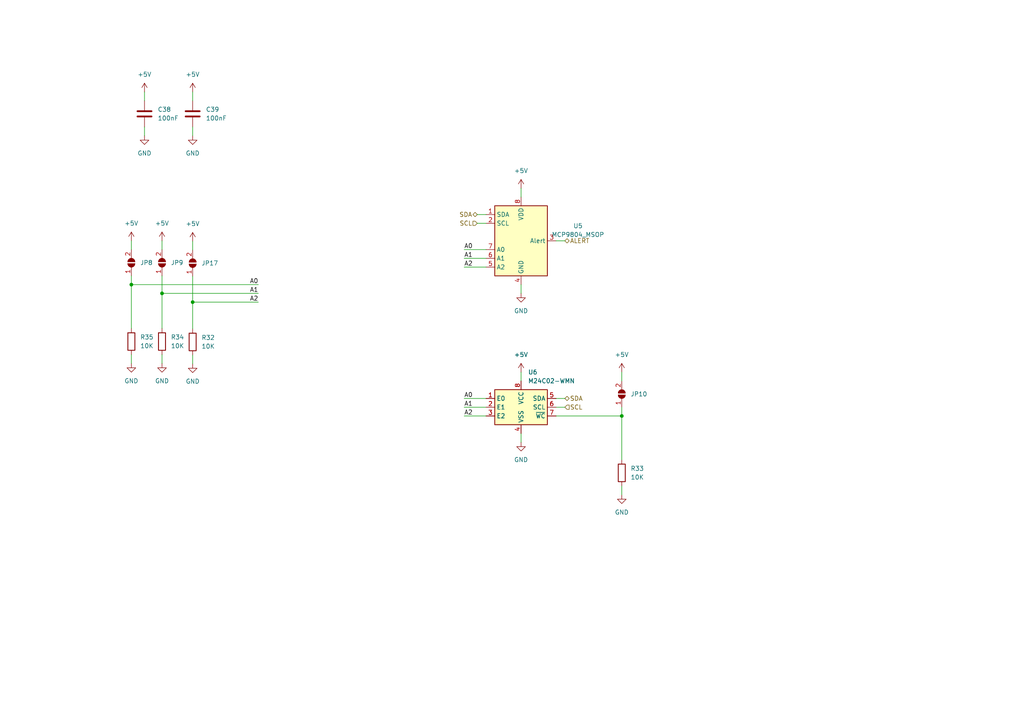
<source format=kicad_sch>
(kicad_sch (version 20211123) (generator eeschema)
  (paper "A4")
  (lib_symbols
    (symbol "Device:C" (pin_numbers hide) (pin_names (offset 0.254))
      (property "Reference" "C" (at 0.635 2.54 0))
      (property "Value" "C" (at 0.635 -2.54 0))
      (symbol "C_0_1"
        (polyline (pts (xy -2.032 -0.762) (xy 2.032 -0.762)) (stroke (width 0.508)))
        (polyline (pts (xy -2.032 0.762) (xy 2.032 0.762)) (stroke (width 0.508)))
      )
      (symbol "C_1_1"
        (pin passive line (at 0 3.81 270) (length 2.794) (name "~") (number "1"))
        (pin passive line (at 0 -3.81 90) (length 2.794) (name "~") (number "2"))
      )
    )
    (symbol "Device:R" (pin_numbers hide) (pin_names (offset 0))
      (property "Reference" "R" (at 2.032 0 90))
      (property "Value" "R" (at 0 0 90))
      (symbol "R_0_1"
        (rectangle (start -1.016 -2.54) (end 1.016 2.54) (stroke (width 0.254)))
      )
      (symbol "R_1_1"
        (pin passive line (at 0 3.81 270) (length 1.27) (name "~") (number "1"))
        (pin passive line (at 0 -3.81 90) (length 1.27) (name "~") (number "2"))
      )
    )
    (symbol "Jumper:SolderJumper_2_Open" (pin_names (offset 0) hide)
      (property "Reference" "JP" (at 0 2.032 0))
      (property "Value" "SolderJumper_2_Open" (at 0 -2.54 0))
      (symbol "SolderJumper_2_Open_0_1"
        (arc (start -0.254 1.016) (mid -1.27 0) (end -0.254 -1.016))
        (arc (start -0.254 1.016) (mid -1.27 0) (end -0.254 -1.016) (fill (type outline)))
        (polyline (pts (xy -0.254 1.016) (xy -0.254 -1.016)))
        (polyline (pts (xy 0.254 1.016) (xy 0.254 -1.016)))
        (arc (start 0.254 -1.016) (mid 1.27 0) (end 0.254 1.016))
        (arc (start 0.254 -1.016) (mid 1.27 0) (end 0.254 1.016) (fill (type outline)))
      )
      (symbol "SolderJumper_2_Open_1_1"
        (pin passive line (at -3.81 0 0) (length 2.54) (name "A") (number "1"))
        (pin passive line (at 3.81 0 180) (length 2.54) (name "B") (number "2"))
      )
    )
    (symbol "Memory_EEPROM:M24C02-WMN"
      (property "Reference" "U" (at -6.35 6.35 0))
      (property "Value" "M24C02-WMN" (at 7.62 6.35 0))
      (symbol "M24C02-WMN_0_1"
        (rectangle (start -7.62 5.08) (end 7.62 -5.08) (stroke (width 0.254)) (fill (type background)))
      )
      (symbol "M24C02-WMN_1_1"
        (pin input line (at -10.16 2.54 0) (length 2.54) (name "E0") (number "1"))
        (pin input line (at -10.16 0 0) (length 2.54) (name "E1") (number "2"))
        (pin input line (at -10.16 -2.54 0) (length 2.54) (name "E2") (number "3"))
        (pin power_in line (at 0 -7.62 90) (length 2.54) (name "VSS") (number "4"))
        (pin bidirectional line (at 10.16 2.54 180) (length 2.54) (name "SDA") (number "5"))
        (pin input line (at 10.16 0 180) (length 2.54) (name "SCL") (number "6"))
        (pin input line (at 10.16 -2.54 180) (length 2.54) (name "~{WC}") (number "7"))
        (pin power_in line (at 0 7.62 270) (length 2.54) (name "VCC") (number "8"))
      )
    )
    (symbol "Sensor_Temperature:MCP9804_MSOP"
      (property "Reference" "U" (at -6.35 11.43 0))
      (property "Value" "MCP9804_MSOP" (at 10.16 11.43 0))
      (symbol "MCP9804_MSOP_0_1"
        (rectangle (start -7.62 10.16) (end 7.62 -10.16) (stroke (width 0.254)) (fill (type background)))
      )
      (symbol "MCP9804_MSOP_1_1"
        (pin bidirectional line (at -10.16 7.62 0) (length 2.54) (name "SDA") (number "1"))
        (pin input line (at -10.16 5.08 0) (length 2.54) (name "SCL") (number "2"))
        (pin output line (at 10.16 0 180) (length 2.54) (name "Alert") (number "3"))
        (pin power_in line (at 0 -12.7 90) (length 2.54) (name "GND") (number "4"))
        (pin input line (at -10.16 -7.62 0) (length 2.54) (name "A2") (number "5"))
        (pin input line (at -10.16 -5.08 0) (length 2.54) (name "A1") (number "6"))
        (pin input line (at -10.16 -2.54 0) (length 2.54) (name "A0") (number "7"))
        (pin power_in line (at 0 12.7 270) (length 2.54) (name "VDD") (number "8"))
      )
    )
    (symbol "power:+5V" (power) (pin_names (offset 0))
      (property "Value" "+5V" (at 0 3.556 0))
      (symbol "+5V_0_1"
        (polyline (pts (xy -0.762 1.27) (xy 0 2.54)))
        (polyline (pts (xy 0 0) (xy 0 2.54)))
        (polyline (pts (xy 0 2.54) (xy 0.762 1.27)))
      )
      (symbol "+5V_1_1"
        (pin power_in line (at 0 0 90) (length 0) hide (name "+5V") (number "1"))
      )
    )
    (symbol "power:GND" (power) (pin_names (offset 0))
      (property "Value" "GND" (at 0 -3.81 0))
      (symbol "GND_0_1"
        (polyline (pts (xy 0 0) (xy 0 -1.27) (xy 1.27 -1.27) (xy 0 -2.54) (xy -1.27 -1.27) (xy 0 -1.27)))
      )
      (symbol "GND_1_1"
        (pin power_in line (at 0 0 270) (length 0) hide (name "GND") (number "1"))
      )
    )
  )
  (junction (at 55.88 87.63))
  (junction (at 38.1 82.55))
  (junction (at 180.34 120.65))
  (junction (at 46.99 85.09))
  (wire (pts (xy 134.62 120.65) (xy 140.97 120.65)))
  (wire (pts (xy 55.88 102.9965) (xy 55.88 105.5365)))
  (wire (pts (xy 55.88 80.1365) (xy 55.88 87.63)))
  (wire (pts (xy 180.34 118.11) (xy 180.34 120.65)))
  (wire (pts (xy 163.83 115.57) (xy 161.29 115.57)))
  (wire (pts (xy 55.88 26.67) (xy 55.88 29.21)))
  (wire (pts (xy 151.13 125.73) (xy 151.13 128.27)))
  (wire (pts (xy 38.1 82.55) (xy 38.1 95.25)))
  (wire (pts (xy 55.88 36.83) (xy 55.88 39.37)))
  (wire (pts (xy 46.99 102.87) (xy 46.99 105.41)))
  (wire (pts (xy 38.1 82.55) (xy 74.93 82.55)))
  (wire (pts (xy 161.29 120.65) (xy 180.34 120.65)))
  (wire (pts (xy 134.62 77.47) (xy 140.97 77.47)))
  (wire (pts (xy 46.99 85.09) (xy 74.93 85.09)))
  (wire (pts (xy 163.83 118.11) (xy 161.29 118.11)))
  (wire (pts (xy 41.91 26.67) (xy 41.91 29.21)))
  (wire (pts (xy 138.43 64.77) (xy 140.97 64.77)))
  (wire (pts (xy 55.88 69.9765) (xy 55.88 72.5165)))
  (wire (pts (xy 134.62 115.57) (xy 140.97 115.57)))
  (wire (pts (xy 55.88 87.63) (xy 55.88 95.3765)))
  (wire (pts (xy 134.62 118.11) (xy 140.97 118.11)))
  (wire (pts (xy 180.34 107.95) (xy 180.34 110.49)))
  (wire (pts (xy 46.99 80.01) (xy 46.99 85.09)))
  (wire (pts (xy 38.1 69.85) (xy 38.1 72.39)))
  (wire (pts (xy 180.34 140.97) (xy 180.34 143.51)))
  (wire (pts (xy 38.1 102.87) (xy 38.1 105.41)))
  (wire (pts (xy 55.88 87.63) (xy 74.93 87.63)))
  (wire (pts (xy 151.13 54.61) (xy 151.13 57.15)))
  (wire (pts (xy 134.62 74.93) (xy 140.97 74.93)))
  (wire (pts (xy 41.91 36.83) (xy 41.91 39.37)))
  (wire (pts (xy 151.13 82.55) (xy 151.13 85.09)))
  (wire (pts (xy 134.62 72.39) (xy 140.97 72.39)))
  (wire (pts (xy 151.13 107.95) (xy 151.13 110.49)))
  (wire (pts (xy 38.1 80.01) (xy 38.1 82.55)))
  (wire (pts (xy 161.29 69.85) (xy 163.83 69.85)))
  (wire (pts (xy 180.34 120.65) (xy 180.34 133.35)))
  (wire (pts (xy 46.99 85.09) (xy 46.99 95.25)))
  (wire (pts (xy 46.99 69.85) (xy 46.99 72.39)))
  (wire (pts (xy 138.43 62.23) (xy 140.97 62.23)))
  (label "A2" (at 74.93 87.63 180))
  (label "A1" (at 134.62 118.11 0))
  (label "A0" (at 74.93 82.55 180))
  (label "A2" (at 134.62 120.65 0))
  (label "A0" (at 134.62 115.57 0))
  (label "A1" (at 74.93 85.09 180))
  (label "A0" (at 134.62 72.39 0))
  (label "A2" (at 134.62 77.47 0))
  (label "A1" (at 134.62 74.93 0))
  (hierarchical_label "SCL" (shape input) (at 163.83 118.11 0))
  (hierarchical_label "ALERT" (shape bidirectional) (at 163.83 69.85 0))
  (hierarchical_label "SCL" (shape input) (at 138.43 64.77 180))
  (hierarchical_label "SDA" (shape bidirectional) (at 138.43 62.23 180))
  (hierarchical_label "SDA" (shape bidirectional) (at 163.83 115.57 0))
  (symbol (lib_id "power:GND") (at 55.88 39.37 0) (unit 1)
    (property "Reference" "#PWR0104" (effects hide))
    (property "Value" "GND" (at 55.88 44.45 0))
  )
  (symbol (lib_id "power:+5V") (at 55.88 69.9765 0) (unit 1)
    (property "Reference" "#PWR0105" (effects hide))
    (property "Value" "+5V" (at 55.88 64.8965 0))
  )
  (symbol (lib_id "power:GND") (at 55.88 105.5365 0) (unit 1)
    (property "Reference" "#PWR0106" (effects hide))
    (property "Value" "GND" (at 55.88 110.6165 0))
  )
  (symbol (lib_id "Sensor_Temperature:MCP9804_MSOP") (at 151.13 69.85 0) (unit 1)
    (property "Reference" "U5" (at 167.64 65.5193 0))
    (property "Value" "MCP9804_MSOP" (at 167.64 68.0593 0))
    (property "Footprint" "Package_SO:MSOP-8_3x3mm_P0.65mm" (effects hide))
    (property "Datasheet" "http://ww1.microchip.com/downloads/en/DeviceDoc/22203b.pdf" (effects hide))
  )
  (symbol (lib_id "Device:C") (at 55.88 33.02 0) (unit 1)
    (property "Reference" "C39" (at 59.69 31.7499 0) (effects (justify left)))
    (property "Value" "100nF" (at 59.69 34.2899 0) (effects (justify left)))
    (property "Footprint" "Capacitor_SMD:C_0603_1608Metric" (effects hide))
  )
  (symbol (lib_id "power:+5V") (at 151.13 107.95 0) (unit 1)
    (property "Reference" "#PWR0109" (effects hide))
    (property "Value" "+5V" (at 151.13 102.87 0))
  )
  (symbol (lib_id "Jumper:SolderJumper_2_Open") (at 38.1 76.2 90) (unit 1)
    (property "Reference" "JP8" (at 40.64 76.1999 90) (effects (justify right)))
    (property "Value" "SolderJumper_2_Open" (effects hide))
    (property "Footprint" "Jumper:SolderJumper-2_P1.3mm_Open_TrianglePad1.0x1.5mm" (effects hide))
  )
  (symbol (lib_id "power:GND") (at 38.1 105.41 0) (unit 1)
    (property "Reference" "#PWR098" (effects hide))
    (property "Value" "GND" (at 38.1 110.49 0))
  )
  (symbol (lib_id "Jumper:SolderJumper_2_Open") (at 55.88 76.3265 90) (unit 1)
    (property "Reference" "JP17" (at 58.42 76.3264 90) (effects (justify right)))
    (property "Value" "SolderJumper_2_Open" (effects hide))
    (property "Footprint" "Jumper:SolderJumper-2_P1.3mm_Open_TrianglePad1.0x1.5mm" (effects hide))
  )
  (symbol (lib_id "power:+5V") (at 55.88 26.67 0) (unit 1)
    (property "Reference" "#PWR0103" (effects hide))
    (property "Value" "+5V" (at 55.88 21.59 0))
  )
  (symbol (lib_id "Device:R") (at 180.34 137.16 0) (unit 1)
    (property "Reference" "R33" (at 182.88 135.8899 0) (effects (justify left)))
    (property "Value" "10K" (at 182.88 138.4299 0) (effects (justify left)))
    (property "Footprint" "Resistor_SMD:R_0603_1608Metric" (effects hide))
  )
  (symbol (lib_id "Jumper:SolderJumper_2_Open") (at 180.34 114.3 90) (unit 1)
    (property "Reference" "JP10" (at 182.88 114.2999 90) (effects (justify right)))
    (property "Value" "SolderJumper_2_Open" (effects hide))
    (property "Footprint" "Jumper:SolderJumper-2_P1.3mm_Open_TrianglePad1.0x1.5mm" (effects hide))
  )
  (symbol (lib_id "power:+5V") (at 41.91 26.67 0) (unit 1)
    (property "Reference" "#PWR099" (effects hide))
    (property "Value" "+5V" (at 41.91 21.59 0))
  )
  (symbol (lib_id "Memory_EEPROM:M24C02-WMN") (at 151.13 118.11 0) (unit 1)
    (property "Reference" "U6" (at 153.1494 107.95 0) (effects (justify left)))
    (property "Value" "M24C02-WMN" (at 153.1494 110.49 0) (effects (justify left)))
    (property "Footprint" "Package_SO:SOIC-8_3.9x4.9mm_P1.27mm" (effects hide))
    (property "Datasheet" "http://www.st.com/content/ccc/resource/technical/document/datasheet/b0/d8/50/40/5a/85/49/6f/DM00071904.pdf/files/DM00071904.pdf/jcr:content/translations/en.DM00071904.pdf" (effects hide))
  )
  (symbol (lib_id "power:+5V") (at 151.13 54.61 0) (unit 1)
    (property "Reference" "#PWR0107" (effects hide))
    (property "Value" "+5V" (at 151.13 49.53 0))
  )
  (symbol (lib_id "Device:R") (at 55.88 99.1865 0) (unit 1)
    (property "Reference" "R32" (at 58.42 97.9164 0) (effects (justify left)))
    (property "Value" "10K" (at 58.42 100.4564 0) (effects (justify left)))
    (property "Footprint" "Resistor_SMD:R_0603_1608Metric" (effects hide))
  )
  (symbol (lib_id "power:+5V") (at 46.99 69.85 0) (unit 1)
    (property "Reference" "#PWR0101" (effects hide))
    (property "Value" "+5V" (at 46.99 64.77 0))
  )
  (symbol (lib_id "Jumper:SolderJumper_2_Open") (at 46.99 76.2 90) (unit 1)
    (property "Reference" "JP9" (at 49.53 76.1999 90) (effects (justify right)))
    (property "Value" "SolderJumper_2_Open" (effects hide))
    (property "Footprint" "Jumper:SolderJumper-2_P1.3mm_Open_TrianglePad1.0x1.5mm" (effects hide))
  )
  (symbol (lib_id "power:GND") (at 151.13 128.27 0) (unit 1)
    (property "Reference" "#PWR0110" (effects hide))
    (property "Value" "GND" (at 151.13 133.35 0))
  )
  (symbol (lib_id "Device:R") (at 46.99 99.06 0) (unit 1)
    (property "Reference" "R34" (at 49.53 97.7899 0) (effects (justify left)))
    (property "Value" "10K" (at 49.53 100.3299 0) (effects (justify left)))
    (property "Footprint" "Resistor_SMD:R_0603_1608Metric" (effects hide))
  )
  (symbol (lib_id "power:GND") (at 180.34 143.51 0) (unit 1)
    (property "Reference" "#PWR0112" (effects hide))
    (property "Value" "GND" (at 180.34 148.59 0))
  )
  (symbol (lib_id "Device:R") (at 38.1 99.06 0) (unit 1)
    (property "Reference" "R35" (at 40.64 97.7899 0) (effects (justify left)))
    (property "Value" "10K" (at 40.64 100.3299 0) (effects (justify left)))
    (property "Footprint" "Resistor_SMD:R_0603_1608Metric" (effects hide))
  )
  (symbol (lib_id "power:GND") (at 151.13 85.09 0) (unit 1)
    (property "Reference" "#PWR0108" (effects hide))
    (property "Value" "GND" (at 151.13 90.17 0))
  )
  (symbol (lib_id "power:+5V") (at 38.1 69.85 0) (unit 1)
    (property "Reference" "#PWR097" (effects hide))
    (property "Value" "+5V" (at 38.1 64.77 0))
  )
  (symbol (lib_id "power:GND") (at 46.99 105.41 0) (unit 1)
    (property "Reference" "#PWR0102" (effects hide))
    (property "Value" "GND" (at 46.99 110.49 0))
  )
  (symbol (lib_id "Device:C") (at 41.91 33.02 0) (unit 1)
    (property "Reference" "C38" (at 45.72 31.7499 0) (effects (justify left)))
    (property "Value" "100nF" (at 45.72 34.2899 0) (effects (justify left)))
    (property "Footprint" "Capacitor_SMD:C_0603_1608Metric" (effects hide))
  )
  (symbol (lib_id "power:GND") (at 41.91 39.37 0) (unit 1)
    (property "Reference" "#PWR0100" (effects hide))
    (property "Value" "GND" (at 41.91 44.45 0))
  )
  (symbol (lib_id "power:+5V") (at 180.34 107.95 0) (unit 1)
    (property "Reference" "#PWR0111" (effects hide))
    (property "Value" "+5V" (at 180.34 102.87 0))
  )
)
</source>
